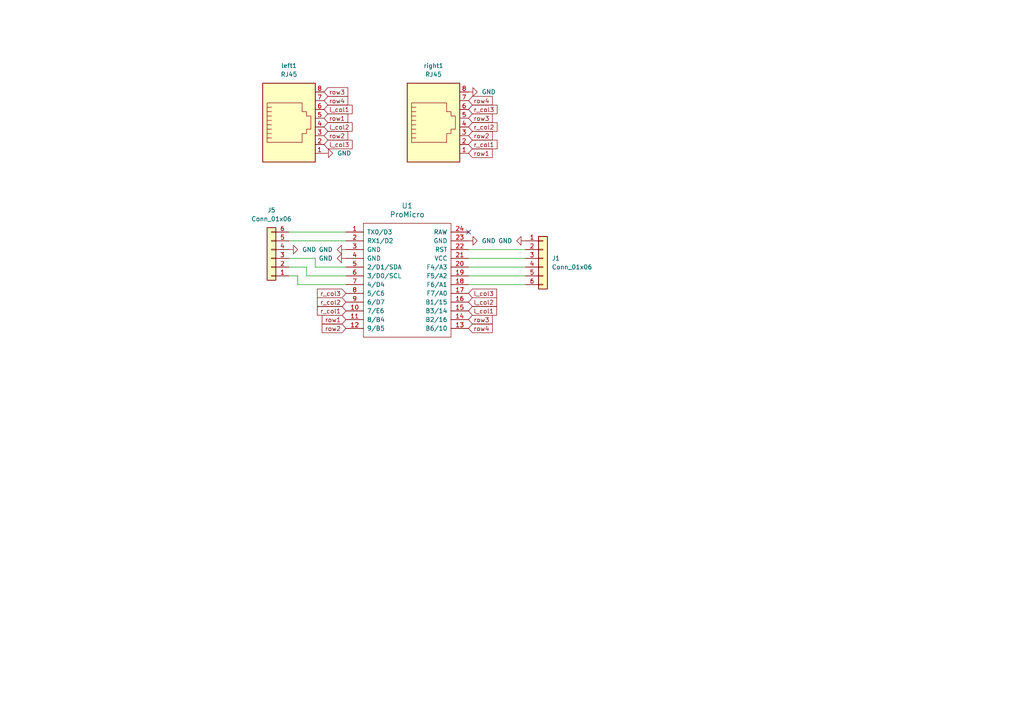
<source format=kicad_sch>
(kicad_sch (version 20230121) (generator eeschema)
  (paper "A4")
  (title_block (title "The Japanese Connection") (rev "1"))
  (lib_symbols
    (symbol "Connector:RJ45" (pin_names (offset 1.016))
      (property "Reference" "J" (at -5.08 13.97 0))
      (property "Value" "RJ45" (at 2.54 13.97 0))
      (symbol "RJ45_0_1"
        (polyline (pts (xy -5.08 4.445) (xy -6.35 4.445)))
        (polyline (pts (xy -5.08 5.715) (xy -6.35 5.715)))
        (polyline (pts (xy -6.35 -3.175) (xy -5.08 -3.175) (xy -5.08 -3.175)))
        (polyline (pts (xy -6.35 -1.905) (xy -5.08 -1.905) (xy -5.08 -1.905)))
        (polyline (pts (xy -6.35 -0.635) (xy -5.08 -0.635) (xy -5.08 -0.635)))
        (polyline (pts (xy -6.35 0.635) (xy -5.08 0.635) (xy -5.08 0.635)))
        (polyline (pts (xy -6.35 1.905) (xy -5.08 1.905) (xy -5.08 1.905)))
        (polyline (pts (xy -5.08 3.175) (xy -6.35 3.175) (xy -6.35 3.175)))
        (polyline (pts (xy -6.35 -4.445) (xy -6.35 6.985) (xy 3.81 6.985) (xy 3.81 4.445) (xy 5.08 4.445) (xy 5.08 3.175) (xy 6.35 3.175) (xy 6.35 -0.635) (xy 5.08 -0.635) (xy 5.08 -1.905) (xy 3.81 -1.905) (xy 3.81 -4.445) (xy -6.35 -4.445) (xy -6.35 -4.445)))
        (rectangle (start 7.62 12.7) (end -7.62 -10.16) (stroke (width 0.254)) (fill (type background)))
      )
      (symbol "RJ45_1_1"
        (pin passive line (at 10.16 -7.62 180) (length 2.54) (name "~") (number "1"))
        (pin passive line (at 10.16 -5.08 180) (length 2.54) (name "~") (number "2"))
        (pin passive line (at 10.16 -2.54 180) (length 2.54) (name "~") (number "3"))
        (pin passive line (at 10.16 0 180) (length 2.54) (name "~") (number "4"))
        (pin passive line (at 10.16 2.54 180) (length 2.54) (name "~") (number "5"))
        (pin passive line (at 10.16 5.08 180) (length 2.54) (name "~") (number "6"))
        (pin passive line (at 10.16 7.62 180) (length 2.54) (name "~") (number "7"))
        (pin passive line (at 10.16 10.16 180) (length 2.54) (name "~") (number "8"))
      )
    )
    (symbol "Connector_Generic:Conn_01x06" (pin_names (offset 1.016) hide)
      (property "Reference" "J" (at 0 7.62 0))
      (property "Value" "Conn_01x06" (at 0 -10.16 0))
      (symbol "Conn_01x06_1_1"
        (rectangle (start -1.27 -7.493) (end 0 -7.747) (stroke (width 0.1524)))
        (rectangle (start -1.27 -4.953) (end 0 -5.207) (stroke (width 0.1524)))
        (rectangle (start -1.27 -2.413) (end 0 -2.667) (stroke (width 0.1524)))
        (rectangle (start -1.27 0.127) (end 0 -0.127) (stroke (width 0.1524)))
        (rectangle (start -1.27 2.667) (end 0 2.413) (stroke (width 0.1524)))
        (rectangle (start -1.27 5.207) (end 0 4.953) (stroke (width 0.1524)))
        (rectangle (start -1.27 6.35) (end 1.27 -8.89) (stroke (width 0.254)) (fill (type background)))
        (pin passive line (at -5.08 5.08 0) (length 3.81) (name "Pin_1") (number "1"))
        (pin passive line (at -5.08 2.54 0) (length 3.81) (name "Pin_2") (number "2"))
        (pin passive line (at -5.08 0 0) (length 3.81) (name "Pin_3") (number "3"))
        (pin passive line (at -5.08 -2.54 0) (length 3.81) (name "Pin_4") (number "4"))
        (pin passive line (at -5.08 -5.08 0) (length 3.81) (name "Pin_5") (number "5"))
        (pin passive line (at -5.08 -7.62 0) (length 3.81) (name "Pin_6") (number "6"))
      )
    )
    (symbol "kbd:ProMicro" (pin_names (offset 1.016))
      (property "Reference" "U" (at 0 19.05 0))
      (property "Value" "ProMicro" (at 0 -19.05 0))
      (symbol "ProMicro_0_1"
        (rectangle (start -12.7 16.51) (end 12.7 -16.51))
      )
      (symbol "ProMicro_1_1"
        (pin bidirectional line (at -17.78 13.97 0) (length 5.08) (name "TX0/D3") (number "1"))
        (pin bidirectional line (at -17.78 -8.89 0) (length 5.08) (name "7/E6") (number "10"))
        (pin bidirectional line (at -17.78 -11.43 0) (length 5.08) (name "8/B4") (number "11"))
        (pin bidirectional line (at -17.78 -13.97 0) (length 5.08) (name "9/B5") (number "12"))
        (pin bidirectional line (at 17.78 -13.97 180) (length 5.08) (name "B6/10") (number "13"))
        (pin bidirectional line (at 17.78 -11.43 180) (length 5.08) (name "B2/16") (number "14"))
        (pin bidirectional line (at 17.78 -8.89 180) (length 5.08) (name "B3/14") (number "15"))
        (pin bidirectional line (at 17.78 -6.35 180) (length 5.08) (name "B1/15") (number "16"))
        (pin bidirectional line (at 17.78 -3.81 180) (length 5.08) (name "F7/A0") (number "17"))
        (pin bidirectional line (at 17.78 -1.27 180) (length 5.08) (name "F6/A1") (number "18"))
        (pin bidirectional line (at 17.78 1.27 180) (length 5.08) (name "F5/A2") (number "19"))
        (pin bidirectional line (at -17.78 11.43 0) (length 5.08) (name "RX1/D2") (number "2"))
        (pin bidirectional line (at 17.78 3.81 180) (length 5.08) (name "F4/A3") (number "20"))
        (pin power_in line (at 17.78 6.35 180) (length 5.08) (name "VCC") (number "21"))
        (pin input line (at 17.78 8.89 180) (length 5.08) (name "RST") (number "22"))
        (pin power_in line (at 17.78 11.43 180) (length 5.08) (name "GND") (number "23"))
        (pin power_out line (at 17.78 13.97 180) (length 5.08) (name "RAW") (number "24"))
        (pin power_in line (at -17.78 8.89 0) (length 5.08) (name "GND") (number "3"))
        (pin power_in line (at -17.78 6.35 0) (length 5.08) (name "GND") (number "4"))
        (pin bidirectional line (at -17.78 3.81 0) (length 5.08) (name "2/D1/SDA") (number "5"))
        (pin bidirectional line (at -17.78 1.27 0) (length 5.08) (name "3/D0/SCL") (number "6"))
        (pin bidirectional line (at -17.78 -1.27 0) (length 5.08) (name "4/D4") (number "7"))
        (pin bidirectional line (at -17.78 -3.81 0) (length 5.08) (name "5/C6") (number "8"))
        (pin bidirectional line (at -17.78 -6.35 0) (length 5.08) (name "6/D7") (number "9"))
      )
    )
    (symbol "power:GND" (power) (pin_names (offset 0))
      (property "Value" "GND" (at 0 -3.81 0))
      (symbol "GND_0_1"
        (polyline (pts (xy 0 0) (xy 0 -1.27) (xy 1.27 -1.27) (xy 0 -2.54) (xy -1.27 -1.27) (xy 0 -1.27)))
      )
      (symbol "GND_1_1"
        (pin power_in line (at 0 0 270) (length 0) hide (name "GND") (number "1"))
      )
    )
  )
  (no_connect (at 135.89 67.31))
  (wire (pts (xy 86.36 80.01) (xy 83.82 80.01)))
  (wire (pts (xy 88.9 77.47) (xy 83.82 77.47)))
  (wire (pts (xy 91.44 77.47) (xy 100.33 77.47)))
  (wire (pts (xy 91.44 77.47) (xy 91.44 74.93)))
  (wire (pts (xy 88.9 80.01) (xy 100.33 80.01)))
  (wire (pts (xy 135.89 74.93) (xy 152.4 74.93)))
  (wire (pts (xy 83.82 69.85) (xy 100.33 69.85)))
  (wire (pts (xy 83.82 67.31) (xy 100.33 67.31)))
  (wire (pts (xy 88.9 80.01) (xy 88.9 77.47)))
  (wire (pts (xy 135.89 77.47) (xy 152.4 77.47)))
  (wire (pts (xy 135.89 72.39) (xy 152.4 72.39)))
  (wire (pts (xy 135.89 80.01) (xy 152.4 80.01)))
  (wire (pts (xy 135.89 82.55) (xy 152.4 82.55)))
  (wire (pts (xy 83.82 74.93) (xy 91.44 74.93)))
  (wire (pts (xy 86.36 82.55) (xy 100.33 82.55)))
  (wire (pts (xy 86.36 82.55) (xy 86.36 80.01)))
  (global_label "l_col3" (shape input) (at 93.98 41.91 0) (property "Intersheetrefs" "${INTERSHEET_REFS}" (effects hide)))
  (global_label "r_col1" (shape input) (at 135.89 41.91 0) (property "Intersheetrefs" "${INTERSHEET_REFS}" (effects hide)))
  (global_label "r_col3" (shape input) (at 100.33 85.09 180) (property "Intersheetrefs" "${INTERSHEET_REFS}" (effects hide)))
  (global_label "row2" (shape input) (at 93.98 39.37 0) (property "Intersheetrefs" "${INTERSHEET_REFS}" (effects hide)))
  (global_label "row1" (shape input) (at 135.89 44.45 0) (property "Intersheetrefs" "${INTERSHEET_REFS}" (effects hide)))
  (global_label "r_col2" (shape input) (at 135.89 36.83 0) (property "Intersheetrefs" "${INTERSHEET_REFS}" (effects hide)))
  (global_label "row3" (shape input) (at 135.89 34.29 0) (property "Intersheetrefs" "${INTERSHEET_REFS}" (effects hide)))
  (global_label "row2" (shape input) (at 135.89 39.37 0) (property "Intersheetrefs" "${INTERSHEET_REFS}" (effects hide)))
  (global_label "row3" (shape input) (at 135.89 92.71 0) (property "Intersheetrefs" "${INTERSHEET_REFS}" (effects hide)))
  (global_label "l_col1" (shape input) (at 135.89 90.17 0) (property "Intersheetrefs" "${INTERSHEET_REFS}" (effects hide)))
  (global_label "l_col3" (shape input) (at 135.89 85.09 0) (property "Intersheetrefs" "${INTERSHEET_REFS}" (effects hide)))
  (global_label "row1" (shape input) (at 93.98 34.29 0) (property "Intersheetrefs" "${INTERSHEET_REFS}" (effects hide)))
  (global_label "r_col3" (shape input) (at 135.89 31.75 0) (property "Intersheetrefs" "${INTERSHEET_REFS}" (effects hide)))
  (global_label "row2" (shape input) (at 100.33 95.25 180) (property "Intersheetrefs" "${INTERSHEET_REFS}" (effects hide)))
  (global_label "row3" (shape input) (at 93.98 26.67 0) (property "Intersheetrefs" "${INTERSHEET_REFS}" (effects hide)))
  (global_label "l_col2" (shape input) (at 93.98 36.83 0) (property "Intersheetrefs" "${INTERSHEET_REFS}" (effects hide)))
  (global_label "r_col2" (shape input) (at 100.33 87.63 180) (property "Intersheetrefs" "${INTERSHEET_REFS}" (effects hide)))
  (global_label "l_col2" (shape input) (at 135.89 87.63 0) (property "Intersheetrefs" "${INTERSHEET_REFS}" (effects hide)))
  (global_label "row4" (shape input) (at 135.89 95.25 0) (property "Intersheetrefs" "${INTERSHEET_REFS}" (effects hide)))
  (global_label "row4" (shape input) (at 135.89 29.21 0) (property "Intersheetrefs" "${INTERSHEET_REFS}" (effects hide)))
  (global_label "row1" (shape input) (at 100.33 92.71 180) (property "Intersheetrefs" "${INTERSHEET_REFS}" (effects hide)))
  (global_label "row4" (shape input) (at 93.98 29.21 0) (property "Intersheetrefs" "${INTERSHEET_REFS}" (effects hide)))
  (global_label "r_col1" (shape input) (at 100.33 90.17 180) (property "Intersheetrefs" "${INTERSHEET_REFS}" (effects hide)))
  (global_label "l_col1" (shape input) (at 93.98 31.75 0) (property "Intersheetrefs" "${INTERSHEET_REFS}" (effects hide)))
  (symbol (lib_id "power:GND") (at 100.33 74.93 270) (unit 1)
    (property "Reference" "#PWR05" (effects hide))
    (property "Value" "GND" (at 96.52 74.93 90) (effects (justify right)))
  )
  (symbol (lib_id "Connector_Generic:Conn_01x06") (at 78.74 74.93 180) (unit 1)
    (property "Reference" "J5" (at 78.74 60.96 0))
    (property "Value" "Conn_01x06" (at 78.74 63.5 0))
    (property "Footprint" "Connector_PinSocket_2.54mm:PinSocket_1x06_P2.54mm_Vertical" (effects hide))
  )
  (symbol (lib_id "power:GND") (at 152.4 69.85 270) (unit 1)
    (property "Reference" "#PWR06" (effects hide))
    (property "Value" "GND" (at 148.59 69.85 90) (effects (justify right)))
  )
  (symbol (lib_id "power:GND") (at 135.89 69.85 90) (unit 1)
    (property "Reference" "#PWR07" (effects hide))
    (property "Value" "GND" (at 139.7 69.85 90) (effects (justify right)))
  )
  (symbol (lib_id "power:GND") (at 135.89 26.67 90) (unit 1)
    (property "Reference" "#PWR02" (effects hide))
    (property "Value" "GND" (at 139.7 26.67 90) (effects (justify right)))
  )
  (symbol (lib_id "Connector_Generic:Conn_01x06") (at 157.48 74.93 0) (unit 1)
    (property "Reference" "J1" (at 160.02 74.93 0) (effects (justify left)))
    (property "Value" "Conn_01x06" (at 160.02 77.47 0) (effects (justify left)))
    (property "Footprint" "Connector_PinSocket_2.54mm:PinSocket_1x06_P2.54mm_Vertical" (effects hide))
  )
  (symbol (lib_id "power:GND") (at 100.33 72.39 270) (unit 1)
    (property "Reference" "#PWR03" (effects hide))
    (property "Value" "GND" (at 96.52 72.39 90) (effects (justify right)))
  )
  (symbol (lib_id "Connector:RJ45") (at 83.82 36.83 0) (unit 1)
    (property "Reference" "left1" (at 83.82 19.05 0))
    (property "Value" "RJ45" (at 83.82 21.59 0))
    (property "Footprint" "Connector_RJ:RJ45_Amphenol_54602-x08_Horizontal" (effects hide))
    (property "Datasheet" "https://www.amphenol-cs.com/media/wysiwyg/files/drawing/c-bmj-0051.pdf" (effects hide))
    (property "DigiKey" "https://www.digikey.no/en/products/detail/amphenol-cs-fci/54602-908LF/1001360" (effects hide))
  )
  (symbol (lib_id "Connector:RJ45") (at 125.73 36.83 0) (unit 1)
    (property "Reference" "right1" (at 125.73 19.05 0))
    (property "Value" "RJ45" (at 125.73 21.59 0))
    (property "Footprint" "Connector_RJ:RJ45_Amphenol_54602-x08_Horizontal" (effects hide))
    (property "Datasheet" "https://www.amphenol-cs.com/media/wysiwyg/files/drawing/c-bmj-0051.pdf" (effects hide))
    (property "DigiKey" "https://www.digikey.no/en/products/detail/amphenol-cs-fci/54602-908LF/1001360" (effects hide))
  )
  (symbol (lib_id "power:GND") (at 83.82 72.39 90) (unit 1)
    (property "Reference" "#PWR04" (effects hide))
    (property "Value" "GND" (at 87.63 72.39 90) (effects (justify right)))
  )
  (symbol (lib_id "kbd:ProMicro") (at 118.11 81.28 0) (unit 1)
    (property "Reference" "U1" (at 118.11 59.69 0) (effects (font (size 1.524 1.524))))
    (property "Value" "ProMicro" (at 118.11 62.23 0) (effects (font (size 1.524 1.524))))
    (property "Footprint" "kbd:ProMicro_v3.5" (effects hide))
  )
  (symbol (lib_id "power:GND") (at 93.98 44.45 90) (unit 1)
    (property "Reference" "#PWR01" (effects hide))
    (property "Value" "GND" (at 97.79 44.45 90) (effects (justify right)))
  )
)
</source>
